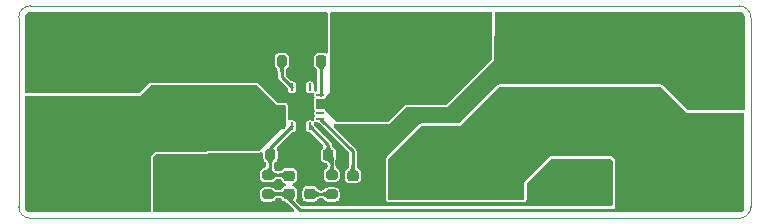
<source format=gtl>
G04 #@! TF.GenerationSoftware,KiCad,Pcbnew,9.0.4*
G04 #@! TF.CreationDate,2025-09-22T12:07:41+05:30*
G04 #@! TF.ProjectId,buck-converter-8A,6275636b-2d63-46f6-9e76-65727465722d,rev?*
G04 #@! TF.SameCoordinates,Original*
G04 #@! TF.FileFunction,Copper,L1,Top*
G04 #@! TF.FilePolarity,Positive*
%FSLAX46Y46*%
G04 Gerber Fmt 4.6, Leading zero omitted, Abs format (unit mm)*
G04 Created by KiCad (PCBNEW 9.0.4) date 2025-09-22 12:07:41*
%MOMM*%
%LPD*%
G01*
G04 APERTURE LIST*
G04 Aperture macros list*
%AMRoundRect*
0 Rectangle with rounded corners*
0 $1 Rounding radius*
0 $2 $3 $4 $5 $6 $7 $8 $9 X,Y pos of 4 corners*
0 Add a 4 corners polygon primitive as box body*
4,1,4,$2,$3,$4,$5,$6,$7,$8,$9,$2,$3,0*
0 Add four circle primitives for the rounded corners*
1,1,$1+$1,$2,$3*
1,1,$1+$1,$4,$5*
1,1,$1+$1,$6,$7*
1,1,$1+$1,$8,$9*
0 Add four rect primitives between the rounded corners*
20,1,$1+$1,$2,$3,$4,$5,0*
20,1,$1+$1,$4,$5,$6,$7,0*
20,1,$1+$1,$6,$7,$8,$9,0*
20,1,$1+$1,$8,$9,$2,$3,0*%
G04 Aperture macros list end*
G04 #@! TA.AperFunction,SMDPad,CuDef*
%ADD10RoundRect,0.225000X-0.250000X0.225000X-0.250000X-0.225000X0.250000X-0.225000X0.250000X0.225000X0*%
G04 #@! TD*
G04 #@! TA.AperFunction,ComponentPad*
%ADD11RoundRect,0.250001X-0.799999X0.799999X-0.799999X-0.799999X0.799999X-0.799999X0.799999X0.799999X0*%
G04 #@! TD*
G04 #@! TA.AperFunction,ComponentPad*
%ADD12C,2.100000*%
G04 #@! TD*
G04 #@! TA.AperFunction,SMDPad,CuDef*
%ADD13RoundRect,0.225000X0.250000X-0.225000X0.250000X0.225000X-0.250000X0.225000X-0.250000X-0.225000X0*%
G04 #@! TD*
G04 #@! TA.AperFunction,SMDPad,CuDef*
%ADD14RoundRect,0.200000X-0.200000X-0.275000X0.200000X-0.275000X0.200000X0.275000X-0.200000X0.275000X0*%
G04 #@! TD*
G04 #@! TA.AperFunction,SMDPad,CuDef*
%ADD15RoundRect,0.200000X-0.275000X0.200000X-0.275000X-0.200000X0.275000X-0.200000X0.275000X0.200000X0*%
G04 #@! TD*
G04 #@! TA.AperFunction,SMDPad,CuDef*
%ADD16RoundRect,0.483900X-1.992600X1.129100X-1.992600X-1.129100X1.992600X-1.129100X1.992600X1.129100X0*%
G04 #@! TD*
G04 #@! TA.AperFunction,SMDPad,CuDef*
%ADD17RoundRect,0.225000X-0.225000X-0.250000X0.225000X-0.250000X0.225000X0.250000X-0.225000X0.250000X0*%
G04 #@! TD*
G04 #@! TA.AperFunction,SMDPad,CuDef*
%ADD18RoundRect,0.050000X0.070000X-0.250000X0.070000X0.250000X-0.070000X0.250000X-0.070000X-0.250000X0*%
G04 #@! TD*
G04 #@! TA.AperFunction,SMDPad,CuDef*
%ADD19RoundRect,0.050000X-0.250000X-0.070000X0.250000X-0.070000X0.250000X0.070000X-0.250000X0.070000X0*%
G04 #@! TD*
G04 #@! TA.AperFunction,SMDPad,CuDef*
%ADD20RoundRect,0.050000X-0.070000X0.250000X-0.070000X-0.250000X0.070000X-0.250000X0.070000X0.250000X0*%
G04 #@! TD*
G04 #@! TA.AperFunction,ComponentPad*
%ADD21C,0.700000*%
G04 #@! TD*
G04 #@! TA.AperFunction,SMDPad,CuDef*
%ADD22RoundRect,0.050000X-0.050000X-1.900000X0.050000X-1.900000X0.050000X1.900000X-0.050000X1.900000X0*%
G04 #@! TD*
G04 #@! TA.AperFunction,SMDPad,CuDef*
%ADD23R,0.550000X0.467500*%
G04 #@! TD*
G04 #@! TA.AperFunction,SMDPad,CuDef*
%ADD24RoundRect,0.120000X-0.905000X-0.905000X0.905000X-0.905000X0.905000X0.905000X-0.905000X0.905000X0*%
G04 #@! TD*
G04 #@! TA.AperFunction,ComponentPad*
%ADD25RoundRect,0.250001X0.799999X-0.799999X0.799999X0.799999X-0.799999X0.799999X-0.799999X-0.799999X0*%
G04 #@! TD*
G04 #@! TA.AperFunction,SMDPad,CuDef*
%ADD26RoundRect,0.200000X0.275000X-0.200000X0.275000X0.200000X-0.275000X0.200000X-0.275000X-0.200000X0*%
G04 #@! TD*
G04 #@! TA.AperFunction,ViaPad*
%ADD27C,0.700000*%
G04 #@! TD*
G04 #@! TA.AperFunction,Conductor*
%ADD28C,0.240000*%
G04 #@! TD*
G04 #@! TA.AperFunction,Profile*
%ADD29C,0.050000*%
G04 #@! TD*
G04 APERTURE END LIST*
D10*
X121600000Y-86525000D03*
X121600000Y-88075000D03*
X134100000Y-94925000D03*
X134100000Y-96475000D03*
D11*
X114732500Y-86550000D03*
D12*
X114732500Y-91550000D03*
D10*
X125200000Y-86525000D03*
X125200000Y-88075000D03*
X123400000Y-86525000D03*
X123400000Y-88075000D03*
D13*
X157250000Y-94075000D03*
X157250000Y-92525000D03*
D14*
X130725000Y-93150000D03*
X132375000Y-93150000D03*
D10*
X157250000Y-86525000D03*
X157250000Y-88075000D03*
X159050000Y-86525000D03*
X159050000Y-88075000D03*
X128800000Y-86525000D03*
X128800000Y-88075000D03*
D14*
X131675000Y-85250000D03*
X133325000Y-85250000D03*
D15*
X135900000Y-94875000D03*
X135900000Y-96525000D03*
D16*
X145750000Y-83197000D03*
X145750000Y-94703000D03*
D17*
X134075000Y-93150000D03*
X135625000Y-93150000D03*
D18*
X132550000Y-87450000D03*
D19*
X131650000Y-88100000D03*
X131650000Y-88600000D03*
X131650000Y-89100000D03*
X131650000Y-89600000D03*
X131650000Y-90100000D03*
D20*
X132550000Y-90750000D03*
X134050000Y-90750000D03*
D19*
X134950000Y-90100000D03*
X134950000Y-89600000D03*
X134950000Y-89100000D03*
X134950000Y-88600000D03*
X134950000Y-88100000D03*
D18*
X134050000Y-87450000D03*
D21*
X132787500Y-88587500D03*
X132787500Y-89612500D03*
D22*
X133025000Y-89100000D03*
D23*
X133300000Y-87896200D03*
D24*
X133300000Y-89100000D03*
D23*
X133300000Y-90303800D03*
D22*
X133575000Y-89100000D03*
D21*
X133812500Y-88587500D03*
X133812500Y-89612500D03*
D10*
X155450000Y-86525000D03*
X155450000Y-88075000D03*
D13*
X121600000Y-93675000D03*
X121600000Y-92125000D03*
X127000000Y-93675000D03*
X127000000Y-92125000D03*
D10*
X127000000Y-86525000D03*
X127000000Y-88075000D03*
D25*
X166117500Y-91550000D03*
D12*
X166117500Y-86550000D03*
D13*
X123400000Y-93675000D03*
X123400000Y-92125000D03*
X159050000Y-94075000D03*
X159050000Y-92525000D03*
X125200000Y-93675000D03*
X125200000Y-92125000D03*
X128800000Y-93675000D03*
X128800000Y-92125000D03*
X155450000Y-94075000D03*
X155450000Y-92525000D03*
X137700000Y-96475000D03*
X137700000Y-94925000D03*
D10*
X153650000Y-86525000D03*
X153650000Y-88075000D03*
X132300000Y-94925000D03*
X132300000Y-96475000D03*
D17*
X135025000Y-85250000D03*
X136575000Y-85250000D03*
D26*
X130500000Y-96525000D03*
X130500000Y-94875000D03*
D27*
X152000000Y-83676750D03*
X160000000Y-83676750D03*
X122000000Y-95676750D03*
X148250000Y-87750000D03*
X139000000Y-96950000D03*
X149250000Y-86800000D03*
X158000000Y-85100000D03*
X152000000Y-82000000D03*
X168000000Y-83676750D03*
X153200000Y-95400000D03*
X135000000Y-95700000D03*
X155200000Y-96800000D03*
X122000000Y-97150000D03*
X122000000Y-85050000D03*
X159200000Y-96800000D03*
X132000000Y-82000000D03*
X128000000Y-85050000D03*
X162000000Y-82000000D03*
X124000000Y-83676750D03*
X170000000Y-87676750D03*
X156000000Y-85100000D03*
X140000000Y-91676750D03*
X126000000Y-83676750D03*
X114000000Y-83676750D03*
X142800000Y-89800000D03*
X140000000Y-95676750D03*
X136800000Y-95700000D03*
X160000000Y-85100000D03*
X128000000Y-95676750D03*
X141600000Y-90950000D03*
X126000000Y-85050000D03*
X170000000Y-81900000D03*
X130800000Y-87050000D03*
X118000000Y-85676750D03*
X116000000Y-83676750D03*
X134000000Y-82000000D03*
X112000000Y-83676750D03*
X168000000Y-85676750D03*
X133200000Y-95700000D03*
X128000000Y-82000000D03*
X112000000Y-82050000D03*
X162000000Y-83676750D03*
X153200000Y-96800000D03*
X134150000Y-86000000D03*
X120000000Y-85676750D03*
X126000000Y-97150000D03*
X126000000Y-95676750D03*
X118000000Y-82050000D03*
X150200000Y-83700000D03*
X170000000Y-83676750D03*
X122000000Y-83676750D03*
X147200000Y-88750000D03*
X124000000Y-95676750D03*
X150200000Y-85800000D03*
X164000000Y-83676750D03*
X150200000Y-82000000D03*
X120000000Y-83676750D03*
X133200000Y-94050000D03*
X146150000Y-89800000D03*
X130000000Y-82000000D03*
X124000000Y-82050000D03*
X135000000Y-94100000D03*
X157200000Y-96800000D03*
X114000000Y-82050000D03*
X160000000Y-82000000D03*
X124000000Y-85050000D03*
X124000000Y-97150000D03*
X164000000Y-85676750D03*
X144450000Y-89800000D03*
X168000000Y-87676750D03*
X112000000Y-85676750D03*
X154000000Y-85100000D03*
X132000000Y-83676750D03*
X128000000Y-83676750D03*
X157200000Y-95400000D03*
X118000000Y-83676750D03*
X168000000Y-81900000D03*
X128000000Y-97150000D03*
X134000000Y-83676750D03*
X164000000Y-82000000D03*
X133200000Y-92450000D03*
X166000000Y-82000000D03*
X159200000Y-95400000D03*
X130000000Y-83676750D03*
X120000000Y-82050000D03*
X170000000Y-85676750D03*
X154000000Y-83676750D03*
X155200000Y-95400000D03*
X138650000Y-92650000D03*
X158000000Y-83676750D03*
X137650000Y-91050000D03*
X126000000Y-82050000D03*
X152000000Y-85676750D03*
X156000000Y-82000000D03*
X130000000Y-85676750D03*
X154000000Y-82000000D03*
X158000000Y-82000000D03*
X116000000Y-82050000D03*
X140000000Y-93676750D03*
X156000000Y-83676750D03*
X122000000Y-82050000D03*
X162000000Y-85676750D03*
X166000000Y-83676750D03*
D28*
X135025000Y-88025000D02*
X134950000Y-88100000D01*
X135025000Y-85250000D02*
X135025000Y-88025000D01*
X132250000Y-94875000D02*
X132300000Y-94925000D01*
X130500000Y-94875000D02*
X132250000Y-94875000D01*
X130500000Y-94875000D02*
X130700000Y-94675000D01*
X130700000Y-94675000D02*
X130700000Y-93175000D01*
X130725000Y-93150000D02*
X130725000Y-92575000D01*
X130725000Y-92575000D02*
X132550000Y-90750000D01*
X132300000Y-96475000D02*
X130550000Y-96475000D01*
X160850000Y-97850000D02*
X161000000Y-97700000D01*
X132300000Y-96475000D02*
X132300000Y-96950000D01*
X133200000Y-97850000D02*
X160850000Y-97850000D01*
X130550000Y-96475000D02*
X130500000Y-96525000D01*
X132300000Y-96950000D02*
X133200000Y-97850000D01*
X135625000Y-93150000D02*
X135625000Y-92325000D01*
X135625000Y-92325000D02*
X134050000Y-90750000D01*
X135900000Y-94875000D02*
X135900000Y-93425000D01*
X135900000Y-93425000D02*
X135625000Y-93150000D01*
X137700000Y-94925000D02*
X137700000Y-92850000D01*
X137700000Y-92850000D02*
X134950000Y-90100000D01*
X135900000Y-96525000D02*
X134150000Y-96525000D01*
X134150000Y-96525000D02*
X134100000Y-96475000D01*
X131675000Y-85250000D02*
X131675000Y-86575000D01*
X131675000Y-86575000D02*
X132550000Y-87450000D01*
G04 #@! TA.AperFunction,Conductor*
G36*
X149448897Y-81069407D02*
G01*
X149484861Y-81118907D01*
X149489701Y-81150471D01*
X149451386Y-85058571D01*
X149431909Y-85116573D01*
X149422395Y-85127604D01*
X145628996Y-88921004D01*
X145574479Y-88948781D01*
X145558992Y-88950000D01*
X142100000Y-88950000D01*
X140728996Y-90321004D01*
X140674479Y-90348781D01*
X140658992Y-90350000D01*
X136291008Y-90350000D01*
X136232817Y-90331093D01*
X136221004Y-90321004D01*
X135479496Y-89579496D01*
X135451719Y-89524979D01*
X135450500Y-89509492D01*
X135450500Y-89505327D01*
X135450498Y-89505315D01*
X135441879Y-89461985D01*
X135435966Y-89432260D01*
X135380601Y-89349399D01*
X135380599Y-89349397D01*
X135297742Y-89294035D01*
X135297740Y-89294034D01*
X135297737Y-89294033D01*
X135297736Y-89294033D01*
X135224684Y-89279501D01*
X135224674Y-89279500D01*
X134699000Y-89279500D01*
X134640809Y-89260593D01*
X134604845Y-89211093D01*
X134600000Y-89180500D01*
X134600000Y-88519500D01*
X134618907Y-88461309D01*
X134668407Y-88425345D01*
X134699000Y-88420500D01*
X135224673Y-88420500D01*
X135224674Y-88420500D01*
X135297740Y-88405966D01*
X135380601Y-88350601D01*
X135435966Y-88267740D01*
X135443443Y-88230151D01*
X135470534Y-88179465D01*
X135800000Y-87850000D01*
X135800000Y-81149500D01*
X135818907Y-81091309D01*
X135868407Y-81055345D01*
X135899000Y-81050500D01*
X149390706Y-81050500D01*
X149448897Y-81069407D01*
G37*
G04 #@! TD.AperFunction*
G04 #@! TA.AperFunction,Conductor*
G36*
X163817183Y-87418907D02*
G01*
X163828996Y-87428996D01*
X166000000Y-89600000D01*
X170751000Y-89600000D01*
X170809191Y-89618907D01*
X170845155Y-89668407D01*
X170850000Y-89699000D01*
X170850000Y-97738257D01*
X170834825Y-97790929D01*
X170796459Y-97851987D01*
X170782638Y-97869319D01*
X170719319Y-97932638D01*
X170701987Y-97946459D01*
X170626171Y-97994098D01*
X170606196Y-98003718D01*
X170521673Y-98033293D01*
X170500061Y-98038225D01*
X170405529Y-98048877D01*
X170394444Y-98049500D01*
X159999000Y-98049500D01*
X159940809Y-98030593D01*
X159904845Y-97981093D01*
X159900000Y-97950500D01*
X159900000Y-93604612D01*
X159602257Y-93300000D01*
X154400000Y-93300000D01*
X152200000Y-95500000D01*
X152200000Y-95500001D01*
X152200000Y-96901000D01*
X152181093Y-96959191D01*
X152131593Y-96995155D01*
X152101000Y-97000000D01*
X140799000Y-97000000D01*
X140740809Y-96981093D01*
X140704845Y-96931593D01*
X140700000Y-96901000D01*
X140700000Y-93541008D01*
X140718907Y-93482817D01*
X140728996Y-93471004D01*
X143471004Y-90728996D01*
X143525521Y-90701219D01*
X143541008Y-90700000D01*
X146787404Y-90700000D01*
X150063856Y-87428939D01*
X150118396Y-87401206D01*
X150133802Y-87400000D01*
X163758992Y-87400000D01*
X163817183Y-87418907D01*
G37*
G04 #@! TD.AperFunction*
G04 #@! TA.AperFunction,Conductor*
G36*
X129566589Y-87302468D02*
G01*
X129574479Y-87301219D01*
X129595133Y-87311742D01*
X129617183Y-87318907D01*
X129628996Y-87328996D01*
X129750000Y-87450000D01*
X131241918Y-88950000D01*
X131901000Y-88950000D01*
X131959191Y-88968907D01*
X131995155Y-89018407D01*
X132000000Y-89049000D01*
X132000000Y-90805737D01*
X131997531Y-90813334D01*
X131998781Y-90821223D01*
X131988257Y-90841876D01*
X131981093Y-90863928D01*
X131971004Y-90875740D01*
X131925742Y-90921003D01*
X131871226Y-90948781D01*
X131855738Y-90950000D01*
X131599994Y-90950000D01*
X130643688Y-91906307D01*
X129730844Y-92819152D01*
X129676327Y-92846929D01*
X129661429Y-92848146D01*
X120950001Y-92899999D01*
X120950000Y-92899999D01*
X120950000Y-92900000D01*
X120600000Y-93250000D01*
X120600000Y-93250001D01*
X120600000Y-97950500D01*
X120581093Y-98008691D01*
X120531593Y-98044655D01*
X120501000Y-98049500D01*
X110405556Y-98049500D01*
X110394471Y-98048877D01*
X110299938Y-98038225D01*
X110278326Y-98033293D01*
X110230296Y-98016487D01*
X110193801Y-98003717D01*
X110173828Y-97994098D01*
X110098012Y-97946459D01*
X110080680Y-97932638D01*
X110017361Y-97869319D01*
X110003540Y-97851987D01*
X109955901Y-97776171D01*
X109946283Y-97756202D01*
X109916705Y-97671669D01*
X109911775Y-97650073D01*
X109901121Y-97555512D01*
X109900500Y-97544444D01*
X109900500Y-88249000D01*
X109919407Y-88190809D01*
X109968907Y-88154845D01*
X109999500Y-88150000D01*
X119725758Y-88150000D01*
X120520830Y-87330082D01*
X120574913Y-87301469D01*
X120591902Y-87300000D01*
X129558992Y-87300000D01*
X129566589Y-87302468D01*
G37*
G04 #@! TD.AperFunction*
G04 #@! TA.AperFunction,Conductor*
G36*
X130025218Y-92935100D02*
G01*
X130088787Y-92978777D01*
X130122001Y-93048387D01*
X130124500Y-93075560D01*
X130124500Y-93456518D01*
X130139354Y-93550304D01*
X130139355Y-93550306D01*
X130196950Y-93663342D01*
X130294950Y-93761342D01*
X130293980Y-93762311D01*
X130296084Y-93764908D01*
X130309228Y-93773416D01*
X130319948Y-93794378D01*
X130334767Y-93812678D01*
X130344346Y-93842085D01*
X130367397Y-93949738D01*
X130370359Y-93970861D01*
X130374433Y-94030980D01*
X130372296Y-94068117D01*
X130365112Y-94107012D01*
X130355859Y-94137899D01*
X130353562Y-94143340D01*
X130343693Y-94162657D01*
X130332018Y-94181907D01*
X130319097Y-94200011D01*
X130309040Y-94212083D01*
X130292198Y-94229264D01*
X130282999Y-94237244D01*
X130252000Y-94252323D01*
X130246017Y-94256545D01*
X130242702Y-94256846D01*
X130213642Y-94270984D01*
X130206611Y-94272169D01*
X130176825Y-94276461D01*
X130176822Y-94276461D01*
X130176814Y-94276463D01*
X130171987Y-94277489D01*
X130171955Y-94277338D01*
X130162651Y-94279382D01*
X130099700Y-94289353D01*
X130099697Y-94289353D01*
X130099696Y-94289354D01*
X130099695Y-94289354D01*
X130099693Y-94289355D01*
X129986657Y-94346950D01*
X129896950Y-94436657D01*
X129839354Y-94549694D01*
X129836633Y-94566874D01*
X129824500Y-94643481D01*
X129824500Y-94643482D01*
X129824500Y-94643485D01*
X129824500Y-95106518D01*
X129836690Y-95183483D01*
X129839354Y-95200304D01*
X129896950Y-95313342D01*
X129986658Y-95403050D01*
X130099696Y-95460646D01*
X130193481Y-95475500D01*
X130806518Y-95475499D01*
X130900304Y-95460646D01*
X131013342Y-95403050D01*
X131103050Y-95313342D01*
X131104483Y-95310528D01*
X131107645Y-95307016D01*
X131109941Y-95303857D01*
X131110273Y-95304098D01*
X131120883Y-95292313D01*
X131133452Y-95271268D01*
X131146270Y-95264117D01*
X131156090Y-95253211D01*
X131200806Y-95233694D01*
X131294606Y-95210040D01*
X131318393Y-95206057D01*
X131352978Y-95203115D01*
X131386031Y-95203985D01*
X131462999Y-95214640D01*
X131486267Y-95219786D01*
X131530922Y-95233490D01*
X131546489Y-95239235D01*
X131571154Y-95249935D01*
X131589044Y-95257696D01*
X131649445Y-95305659D01*
X131662505Y-95326743D01*
X131701472Y-95403220D01*
X131796780Y-95498528D01*
X131881076Y-95541479D01*
X131927323Y-95565043D01*
X131926217Y-95567211D01*
X131977170Y-95600303D01*
X132012184Y-95669025D01*
X132008145Y-95746048D01*
X131966136Y-95810731D01*
X131926607Y-95833553D01*
X131927323Y-95834957D01*
X131796779Y-95901472D01*
X131701472Y-95996779D01*
X131687510Y-96024181D01*
X131673843Y-96039358D01*
X131664371Y-96057452D01*
X131648486Y-96067520D01*
X131635900Y-96081498D01*
X131599225Y-96098742D01*
X131496449Y-96130884D01*
X131469782Y-96136608D01*
X131381686Y-96147211D01*
X131355352Y-96148035D01*
X131308837Y-96145368D01*
X131294081Y-96143781D01*
X131214565Y-96131200D01*
X131198765Y-96127813D01*
X131162085Y-96117842D01*
X131095811Y-96079419D01*
X131013342Y-95996950D01*
X130900305Y-95939354D01*
X130884673Y-95936878D01*
X130806519Y-95924500D01*
X130806514Y-95924500D01*
X130193481Y-95924500D01*
X130099695Y-95939354D01*
X130099693Y-95939355D01*
X129986657Y-95996950D01*
X129896950Y-96086657D01*
X129839354Y-96199694D01*
X129836690Y-96216516D01*
X129824500Y-96293481D01*
X129824500Y-96293482D01*
X129824500Y-96293485D01*
X129824500Y-96756518D01*
X129836634Y-96833128D01*
X129839354Y-96850304D01*
X129896950Y-96963342D01*
X129986658Y-97053050D01*
X130099696Y-97110646D01*
X130193481Y-97125500D01*
X130806518Y-97125499D01*
X130900304Y-97110646D01*
X131013342Y-97053050D01*
X131103050Y-96963342D01*
X131128725Y-96912950D01*
X131141823Y-96898402D01*
X131150703Y-96880953D01*
X131167180Y-96870239D01*
X131180331Y-96855634D01*
X131215360Y-96838913D01*
X131288698Y-96815041D01*
X131317294Y-96808759D01*
X131356066Y-96804172D01*
X131392255Y-96804316D01*
X131484724Y-96816010D01*
X131506297Y-96820378D01*
X131561024Y-96835743D01*
X131576762Y-96841126D01*
X131610468Y-96854801D01*
X131671995Y-96901308D01*
X131687207Y-96925224D01*
X131700366Y-96951051D01*
X131701472Y-96953220D01*
X131796780Y-97048528D01*
X131916874Y-97109719D01*
X131937762Y-97113027D01*
X131953868Y-97116501D01*
X131960220Y-97118244D01*
X132000156Y-97135830D01*
X132044373Y-97163663D01*
X132064159Y-97178549D01*
X132163763Y-97267363D01*
X132169959Y-97273214D01*
X132249741Y-97352996D01*
X132252423Y-97355749D01*
X132336580Y-97444364D01*
X132336586Y-97444369D01*
X132341184Y-97449211D01*
X132356105Y-97465446D01*
X132359006Y-97468537D01*
X132359347Y-97468893D01*
X132376311Y-97480495D01*
X132383938Y-97487430D01*
X132384809Y-97488786D01*
X132389051Y-97492306D01*
X132691886Y-97795141D01*
X132730450Y-97861936D01*
X132730450Y-97939064D01*
X132691886Y-98005859D01*
X132625091Y-98044423D01*
X132586527Y-98049500D01*
X120954500Y-98049500D01*
X120880000Y-98029538D01*
X120825462Y-97975000D01*
X120805500Y-97900500D01*
X120805500Y-93396837D01*
X120810577Y-93377889D01*
X120810577Y-93358273D01*
X120820384Y-93341285D01*
X120825462Y-93322337D01*
X120849138Y-93291481D01*
X120992355Y-93148263D01*
X121059147Y-93109701D01*
X121096819Y-93104627D01*
X129662652Y-93053642D01*
X129678160Y-93052964D01*
X129693058Y-93051747D01*
X129769620Y-93030032D01*
X129824137Y-93002255D01*
X129876155Y-92964462D01*
X129876161Y-92964455D01*
X129878717Y-92962273D01*
X129880033Y-92961645D01*
X129880892Y-92961021D01*
X129881007Y-92961180D01*
X129948327Y-92929059D01*
X130025218Y-92935100D01*
G37*
G04 #@! TD.AperFunction*
G04 #@! TA.AperFunction,Conductor*
G36*
X135520000Y-81070462D02*
G01*
X135574538Y-81125000D01*
X135594500Y-81199500D01*
X135594500Y-84454835D01*
X135574538Y-84529335D01*
X135520000Y-84583873D01*
X135445500Y-84603835D01*
X135394993Y-84591710D01*
X135394280Y-84593905D01*
X135383128Y-84590281D01*
X135354658Y-84585772D01*
X135283488Y-84574500D01*
X134766512Y-84574500D01*
X134695342Y-84585772D01*
X134666872Y-84590281D01*
X134546779Y-84651472D01*
X134451472Y-84746779D01*
X134390281Y-84866872D01*
X134390281Y-84866874D01*
X134374500Y-84966512D01*
X134374500Y-85533488D01*
X134378148Y-85556518D01*
X134390281Y-85633127D01*
X134451472Y-85753220D01*
X134546780Y-85848528D01*
X134574180Y-85862489D01*
X134589358Y-85876155D01*
X134607453Y-85885629D01*
X134617520Y-85901513D01*
X134631496Y-85914097D01*
X134648742Y-85950774D01*
X134680883Y-86053547D01*
X134686607Y-86080214D01*
X134699732Y-86189252D01*
X134700984Y-86195334D01*
X134699977Y-86195541D01*
X134704500Y-86226924D01*
X134704500Y-87652126D01*
X134703315Y-87656547D01*
X134704234Y-87661034D01*
X134693403Y-87693537D01*
X134684538Y-87726626D01*
X134681300Y-87729863D01*
X134679853Y-87734207D01*
X134663263Y-87747900D01*
X134630000Y-87781164D01*
X134622153Y-87785387D01*
X134606584Y-87793173D01*
X134602260Y-87794034D01*
X134594505Y-87799215D01*
X134586153Y-87803393D01*
X134557210Y-87809319D01*
X134529242Y-87818813D01*
X134519913Y-87816957D01*
X134510592Y-87818866D01*
X134482561Y-87809526D01*
X134453596Y-87803764D01*
X134446444Y-87797492D01*
X134437419Y-87794485D01*
X134417815Y-87772384D01*
X134395609Y-87752909D01*
X134392551Y-87743901D01*
X134386239Y-87736785D01*
X134380312Y-87707842D01*
X134370819Y-87679874D01*
X134370500Y-87670132D01*
X134370500Y-87175330D01*
X134370499Y-87175322D01*
X134365151Y-87148438D01*
X134355966Y-87102260D01*
X134300601Y-87019399D01*
X134217740Y-86964034D01*
X134217739Y-86964033D01*
X134144677Y-86949500D01*
X134144674Y-86949500D01*
X133955326Y-86949500D01*
X133955322Y-86949500D01*
X133882260Y-86964033D01*
X133799399Y-87019398D01*
X133799398Y-87019399D01*
X133744033Y-87102260D01*
X133729500Y-87175322D01*
X133729500Y-87724677D01*
X133744033Y-87797739D01*
X133792316Y-87870000D01*
X133799399Y-87880601D01*
X133882260Y-87935966D01*
X133955326Y-87950500D01*
X133955330Y-87950500D01*
X134144670Y-87950500D01*
X134144674Y-87950500D01*
X134217740Y-87935966D01*
X134217741Y-87935964D01*
X134231295Y-87930351D01*
X134231665Y-87931245D01*
X134253903Y-87923695D01*
X134290374Y-87911211D01*
X134290565Y-87911248D01*
X134290750Y-87911186D01*
X134328407Y-87918675D01*
X134366059Y-87926065D01*
X134366205Y-87926192D01*
X134366397Y-87926231D01*
X134395193Y-87951483D01*
X134424177Y-87976770D01*
X134424230Y-87976947D01*
X134424386Y-87977083D01*
X134449156Y-88049741D01*
X134449500Y-88054791D01*
X134449500Y-88194674D01*
X134463989Y-88267516D01*
X134464640Y-88277066D01*
X134458994Y-88305832D01*
X134457077Y-88335086D01*
X134450430Y-88349468D01*
X134449786Y-88352751D01*
X134447930Y-88354878D01*
X134443893Y-88363614D01*
X134423465Y-88397803D01*
X134423464Y-88397805D01*
X134404557Y-88455996D01*
X134404556Y-88455999D01*
X134398128Y-88496588D01*
X134394500Y-88519500D01*
X134394500Y-89180500D01*
X134397030Y-89212644D01*
X134401875Y-89243237D01*
X134402648Y-89247787D01*
X134402649Y-89247789D01*
X134402648Y-89247789D01*
X134438592Y-89331883D01*
X134442721Y-89339159D01*
X134440593Y-89340365D01*
X134463572Y-89400229D01*
X134461525Y-89444869D01*
X134449501Y-89505319D01*
X134449500Y-89505330D01*
X134449500Y-89694677D01*
X134464034Y-89767740D01*
X134469650Y-89781299D01*
X134468611Y-89781728D01*
X134488478Y-89840258D01*
X134487449Y-89869999D01*
X134482825Y-89904136D01*
X134464034Y-89932260D01*
X134449500Y-90005326D01*
X134449500Y-90150178D01*
X134448152Y-90160131D01*
X134437007Y-90186754D01*
X134429538Y-90214632D01*
X134422314Y-90221855D01*
X134418371Y-90231277D01*
X134395409Y-90248760D01*
X134375000Y-90269170D01*
X134365133Y-90271813D01*
X134357006Y-90278002D01*
X134328376Y-90281662D01*
X134300500Y-90289132D01*
X134290633Y-90286488D01*
X134280501Y-90287784D01*
X134253877Y-90276639D01*
X134226000Y-90269170D01*
X134217742Y-90264034D01*
X134217739Y-90264033D01*
X134144677Y-90249500D01*
X134144674Y-90249500D01*
X133955326Y-90249500D01*
X133955322Y-90249500D01*
X133882260Y-90264033D01*
X133799399Y-90319398D01*
X133799398Y-90319399D01*
X133744033Y-90402260D01*
X133729500Y-90475322D01*
X133729500Y-91024677D01*
X133744033Y-91097739D01*
X133744034Y-91097740D01*
X133799399Y-91180601D01*
X133882260Y-91235966D01*
X133955326Y-91250500D01*
X134035527Y-91250500D01*
X134110027Y-91270462D01*
X134140886Y-91294141D01*
X135169050Y-92322306D01*
X135207614Y-92389101D01*
X135207614Y-92466229D01*
X135169050Y-92533024D01*
X135151273Y-92548207D01*
X135146781Y-92551470D01*
X135051472Y-92646779D01*
X134990281Y-92766872D01*
X134990281Y-92766874D01*
X134974500Y-92866512D01*
X134974500Y-93433488D01*
X134981472Y-93477506D01*
X134990281Y-93533127D01*
X135007629Y-93567174D01*
X135051472Y-93653220D01*
X135146780Y-93748528D01*
X135266874Y-93809719D01*
X135366512Y-93825500D01*
X135366521Y-93825500D01*
X135367752Y-93825695D01*
X135370394Y-93826871D01*
X135373279Y-93826678D01*
X135405443Y-93842475D01*
X135438213Y-93857065D01*
X135442508Y-93860680D01*
X135478756Y-93892366D01*
X135503433Y-93920073D01*
X135541643Y-93975592D01*
X135555715Y-94001046D01*
X135558519Y-94007546D01*
X135559479Y-94009770D01*
X135570659Y-94086083D01*
X135570113Y-94090242D01*
X135568213Y-94103295D01*
X135560150Y-94158665D01*
X135554182Y-94183942D01*
X135544432Y-94213450D01*
X135536351Y-94233084D01*
X135533207Y-94239402D01*
X135510572Y-94265025D01*
X135502104Y-94277925D01*
X135496835Y-94280576D01*
X135482145Y-94297207D01*
X135467457Y-94305780D01*
X135386658Y-94346949D01*
X135296950Y-94436657D01*
X135239354Y-94549694D01*
X135236633Y-94566874D01*
X135224500Y-94643481D01*
X135224500Y-94643482D01*
X135224500Y-94643485D01*
X135224500Y-95106518D01*
X135236690Y-95183483D01*
X135239354Y-95200304D01*
X135296950Y-95313342D01*
X135386658Y-95403050D01*
X135499696Y-95460646D01*
X135593481Y-95475500D01*
X136206518Y-95475499D01*
X136300304Y-95460646D01*
X136413342Y-95403050D01*
X136503050Y-95313342D01*
X136560646Y-95200304D01*
X136575500Y-95106519D01*
X136575499Y-94643482D01*
X136560646Y-94549696D01*
X136503050Y-94436658D01*
X136413342Y-94346950D01*
X136413341Y-94346949D01*
X136334382Y-94306717D01*
X136319756Y-94293547D01*
X136302227Y-94284596D01*
X136291594Y-94268190D01*
X136277065Y-94255108D01*
X136260279Y-94219873D01*
X136239105Y-94154504D01*
X136232866Y-94125919D01*
X136232768Y-94125086D01*
X136226328Y-94070082D01*
X136225352Y-94055929D01*
X136225167Y-94047255D01*
X136223091Y-93949723D01*
X136223058Y-93946553D01*
X136223059Y-93913709D01*
X136223068Y-93659110D01*
X136224234Y-93640525D01*
X136227296Y-93616205D01*
X136242367Y-93567180D01*
X136259719Y-93533126D01*
X136275500Y-93433488D01*
X136275500Y-92866512D01*
X136259719Y-92766874D01*
X136198528Y-92646780D01*
X136103220Y-92551472D01*
X136039734Y-92519124D01*
X135983314Y-92468879D01*
X135970434Y-92449513D01*
X135945798Y-92376425D01*
X135945500Y-92366999D01*
X135945500Y-92282806D01*
X135945499Y-92282799D01*
X135923660Y-92201293D01*
X135923659Y-92201291D01*
X135881464Y-92128208D01*
X135821792Y-92068536D01*
X135821791Y-92068535D01*
X134414141Y-90660885D01*
X134404333Y-90643897D01*
X134390462Y-90630026D01*
X134385384Y-90611077D01*
X134375577Y-90594090D01*
X134370500Y-90555526D01*
X134370500Y-90529867D01*
X134390462Y-90455367D01*
X134445000Y-90400829D01*
X134519500Y-90380867D01*
X134594000Y-90400829D01*
X134602251Y-90405960D01*
X134602260Y-90405966D01*
X134675326Y-90420500D01*
X134755527Y-90420500D01*
X134830027Y-90440462D01*
X134860886Y-90464141D01*
X137335859Y-92939114D01*
X137374423Y-93005909D01*
X137379500Y-93044473D01*
X137379500Y-93971453D01*
X137378059Y-93992127D01*
X137376426Y-94003780D01*
X137374935Y-94008161D01*
X137359555Y-94124188D01*
X137359485Y-94124695D01*
X137359318Y-94125086D01*
X137354886Y-94146014D01*
X137340385Y-94195381D01*
X137334734Y-94211243D01*
X137318355Y-94250116D01*
X137271032Y-94311019D01*
X137248693Y-94325020D01*
X137196779Y-94351472D01*
X137101472Y-94446779D01*
X137040281Y-94566872D01*
X137040281Y-94566874D01*
X137024500Y-94666512D01*
X137024500Y-95183488D01*
X137032419Y-95233487D01*
X137040281Y-95283127D01*
X137062505Y-95326743D01*
X137101472Y-95403220D01*
X137196780Y-95498528D01*
X137316874Y-95559719D01*
X137416512Y-95575500D01*
X137416517Y-95575500D01*
X137983483Y-95575500D01*
X137983488Y-95575500D01*
X138083126Y-95559719D01*
X138203220Y-95498528D01*
X138298528Y-95403220D01*
X138359719Y-95283126D01*
X138375500Y-95183488D01*
X138375500Y-94666512D01*
X138359719Y-94566874D01*
X138298528Y-94446780D01*
X138203220Y-94351472D01*
X138203217Y-94351469D01*
X138152370Y-94325561D01*
X138138785Y-94313329D01*
X138122349Y-94305328D01*
X138110620Y-94287968D01*
X138095053Y-94273951D01*
X138079171Y-94241419D01*
X138046998Y-94148213D01*
X138040193Y-94119603D01*
X138025012Y-94007541D01*
X138025008Y-94007528D01*
X138023961Y-94002752D01*
X138020500Y-93970822D01*
X138020500Y-92807806D01*
X138020499Y-92807799D01*
X137998660Y-92726293D01*
X137998659Y-92726291D01*
X137956464Y-92653208D01*
X137896792Y-92593536D01*
X137896791Y-92593535D01*
X136101672Y-90798416D01*
X136063108Y-90731621D01*
X136063108Y-90654493D01*
X136101672Y-90587698D01*
X136168467Y-90549134D01*
X136230335Y-90545891D01*
X136291008Y-90555500D01*
X136291012Y-90555500D01*
X140658991Y-90555500D01*
X140658992Y-90555500D01*
X140675117Y-90554866D01*
X140690604Y-90553647D01*
X140767772Y-90531884D01*
X140822289Y-90504107D01*
X140874306Y-90466314D01*
X142141479Y-89199141D01*
X142208274Y-89160577D01*
X142246838Y-89155500D01*
X145558991Y-89155500D01*
X145558992Y-89155500D01*
X145575117Y-89154866D01*
X145590604Y-89153647D01*
X145667772Y-89131884D01*
X145722289Y-89104107D01*
X145774306Y-89066314D01*
X149567705Y-85272914D01*
X149578011Y-85261820D01*
X149587525Y-85250789D01*
X149626719Y-85181990D01*
X149646196Y-85123988D01*
X149656876Y-85060586D01*
X149694744Y-81198037D01*
X149715436Y-81123739D01*
X149770506Y-81069738D01*
X149843737Y-81050500D01*
X170334108Y-81050500D01*
X170391633Y-81050500D01*
X170408315Y-81051436D01*
X170494465Y-81061144D01*
X170526993Y-81068568D01*
X170600878Y-81094421D01*
X170630939Y-81108898D01*
X170697217Y-81150543D01*
X170723304Y-81171346D01*
X170778653Y-81226695D01*
X170799456Y-81252782D01*
X170841101Y-81319060D01*
X170855578Y-81349121D01*
X170881431Y-81423006D01*
X170888855Y-81455532D01*
X170898563Y-81541682D01*
X170899500Y-81558367D01*
X170899500Y-89245500D01*
X170879538Y-89320000D01*
X170825000Y-89374538D01*
X170750500Y-89394500D01*
X166146838Y-89394500D01*
X166072338Y-89374538D01*
X166041479Y-89350859D01*
X163974304Y-87283684D01*
X163962464Y-87272738D01*
X163950639Y-87262639D01*
X163880687Y-87223465D01*
X163880685Y-87223464D01*
X163822496Y-87204557D01*
X163822492Y-87204556D01*
X163785035Y-87198624D01*
X163758992Y-87194500D01*
X150133802Y-87194500D01*
X150133792Y-87194500D01*
X150117761Y-87195126D01*
X150102361Y-87196332D01*
X150102354Y-87196333D01*
X150025255Y-87218025D01*
X149970710Y-87245760D01*
X149918663Y-87283510D01*
X147759141Y-89439480D01*
X146796208Y-90400829D01*
X146746008Y-90450946D01*
X146679182Y-90489455D01*
X146640736Y-90494500D01*
X143541008Y-90494500D01*
X143539892Y-90494543D01*
X143524895Y-90495133D01*
X143509392Y-90496353D01*
X143432227Y-90518116D01*
X143432225Y-90518117D01*
X143377715Y-90545890D01*
X143325696Y-90583684D01*
X140583684Y-93325695D01*
X140572738Y-93337535D01*
X140562639Y-93349360D01*
X140523465Y-93419312D01*
X140523464Y-93419314D01*
X140504557Y-93477503D01*
X140504556Y-93477507D01*
X140499319Y-93510577D01*
X140494500Y-93541008D01*
X140494500Y-96901000D01*
X140495441Y-96912952D01*
X140497030Y-96933142D01*
X140497030Y-96933147D01*
X140499866Y-96951051D01*
X140501875Y-96963737D01*
X140502648Y-96968287D01*
X140502649Y-96968289D01*
X140502648Y-96968289D01*
X140523126Y-97016198D01*
X140538592Y-97052383D01*
X140574556Y-97101883D01*
X140598797Y-97129628D01*
X140677307Y-97176536D01*
X140735498Y-97195443D01*
X140799000Y-97205500D01*
X140799003Y-97205500D01*
X152100993Y-97205500D01*
X152101000Y-97205500D01*
X152133144Y-97202970D01*
X152163737Y-97198125D01*
X152168287Y-97197352D01*
X152252383Y-97161408D01*
X152301883Y-97125444D01*
X152329628Y-97101203D01*
X152376536Y-97022693D01*
X152395443Y-96964502D01*
X152405500Y-96901000D01*
X152405500Y-95646838D01*
X152425462Y-95572338D01*
X152449141Y-95541479D01*
X154441479Y-93549141D01*
X154508274Y-93510577D01*
X154546838Y-93505500D01*
X159453045Y-93505500D01*
X159472798Y-93510792D01*
X159493247Y-93511026D01*
X159509403Y-93520600D01*
X159527545Y-93525462D01*
X159559597Y-93550348D01*
X159652054Y-93644938D01*
X159689853Y-93712166D01*
X159694500Y-93749087D01*
X159694500Y-97380500D01*
X159674538Y-97455000D01*
X159620000Y-97509538D01*
X159545500Y-97529500D01*
X133394473Y-97529500D01*
X133319973Y-97509538D01*
X133289114Y-97485859D01*
X132927126Y-97123871D01*
X132888562Y-97057076D01*
X132888562Y-96979948D01*
X132899721Y-96950877D01*
X132959719Y-96833126D01*
X132975500Y-96733488D01*
X132975500Y-96216512D01*
X133424500Y-96216512D01*
X133424500Y-96733488D01*
X133428148Y-96756518D01*
X133440281Y-96833127D01*
X133480954Y-96912952D01*
X133501472Y-96953220D01*
X133596780Y-97048528D01*
X133716874Y-97109719D01*
X133816512Y-97125500D01*
X133816517Y-97125500D01*
X134383483Y-97125500D01*
X134383488Y-97125500D01*
X134483126Y-97109719D01*
X134603220Y-97048528D01*
X134698528Y-96953220D01*
X134698531Y-96953212D01*
X134700103Y-96951051D01*
X134703251Y-96948496D01*
X134706820Y-96944928D01*
X134707191Y-96945299D01*
X134759808Y-96902610D01*
X134762882Y-96901235D01*
X134788940Y-96892364D01*
X134913230Y-96862533D01*
X134935228Y-96858969D01*
X135005058Y-96852970D01*
X135036536Y-96853605D01*
X135140045Y-96866727D01*
X135162688Y-96871407D01*
X135203160Y-96883109D01*
X135269184Y-96922979D01*
X135294531Y-96958596D01*
X135296948Y-96963339D01*
X135296950Y-96963342D01*
X135386658Y-97053050D01*
X135499696Y-97110646D01*
X135593481Y-97125500D01*
X136206518Y-97125499D01*
X136300304Y-97110646D01*
X136413342Y-97053050D01*
X136503050Y-96963342D01*
X136560646Y-96850304D01*
X136575500Y-96756519D01*
X136575499Y-96293482D01*
X136560646Y-96199696D01*
X136503050Y-96086658D01*
X136413342Y-95996950D01*
X136413006Y-95996779D01*
X136300305Y-95939354D01*
X136284673Y-95936878D01*
X136206519Y-95924500D01*
X136206514Y-95924500D01*
X135593481Y-95924500D01*
X135499695Y-95939354D01*
X135499693Y-95939355D01*
X135386656Y-95996951D01*
X135386654Y-95996952D01*
X135296953Y-96086654D01*
X135296947Y-96086662D01*
X135295514Y-96089476D01*
X135292352Y-96092986D01*
X135290058Y-96096145D01*
X135289725Y-96095903D01*
X135279114Y-96107687D01*
X135266548Y-96128730D01*
X135253726Y-96135882D01*
X135243903Y-96146791D01*
X135199191Y-96166303D01*
X135105407Y-96189953D01*
X135081604Y-96193940D01*
X135047024Y-96196882D01*
X135013962Y-96196011D01*
X134936998Y-96185357D01*
X134913721Y-96180209D01*
X134869073Y-96166507D01*
X134853498Y-96160759D01*
X134810952Y-96142301D01*
X134750551Y-96094337D01*
X134737493Y-96073254D01*
X134734571Y-96067520D01*
X134698528Y-95996780D01*
X134603220Y-95901472D01*
X134483127Y-95840281D01*
X134466519Y-95837650D01*
X134383488Y-95824500D01*
X133816512Y-95824500D01*
X133750489Y-95834957D01*
X133716872Y-95840281D01*
X133596779Y-95901472D01*
X133501472Y-95996779D01*
X133440281Y-96116872D01*
X133437415Y-96134971D01*
X133424500Y-96216512D01*
X132975500Y-96216512D01*
X132959719Y-96116874D01*
X132898528Y-95996780D01*
X132803220Y-95901472D01*
X132683126Y-95840281D01*
X132683125Y-95840280D01*
X132672677Y-95834957D01*
X132673782Y-95832788D01*
X132622833Y-95799702D01*
X132587816Y-95730981D01*
X132591852Y-95653958D01*
X132633858Y-95589273D01*
X132673392Y-95566447D01*
X132672677Y-95565043D01*
X132683128Y-95559718D01*
X132803220Y-95498528D01*
X132898528Y-95403220D01*
X132959719Y-95283126D01*
X132975500Y-95183488D01*
X132975500Y-94666512D01*
X132959719Y-94566874D01*
X132898528Y-94446780D01*
X132803220Y-94351472D01*
X132752367Y-94325561D01*
X132683127Y-94290281D01*
X132662063Y-94286945D01*
X132583488Y-94274500D01*
X132016512Y-94274500D01*
X131952768Y-94284596D01*
X131916872Y-94290281D01*
X131796779Y-94351472D01*
X131701468Y-94446783D01*
X131699884Y-94448964D01*
X131696725Y-94451526D01*
X131693181Y-94455071D01*
X131692811Y-94454701D01*
X131640213Y-94497376D01*
X131637132Y-94498754D01*
X131611041Y-94507638D01*
X131486782Y-94537461D01*
X131464763Y-94541029D01*
X131394947Y-94547027D01*
X131363454Y-94546391D01*
X131259954Y-94533270D01*
X131237307Y-94528590D01*
X131196838Y-94516889D01*
X131130814Y-94477019D01*
X131105465Y-94441398D01*
X131103050Y-94436658D01*
X131091839Y-94425447D01*
X131089861Y-94422021D01*
X131086543Y-94419870D01*
X131070701Y-94388835D01*
X131053275Y-94358652D01*
X131051477Y-94351174D01*
X131050576Y-94346949D01*
X131040024Y-94297485D01*
X131037068Y-94276189D01*
X131036982Y-94274884D01*
X131025983Y-94107669D01*
X131025666Y-94098901D01*
X131025574Y-94085223D01*
X131025573Y-94085217D01*
X131024820Y-94078004D01*
X131026349Y-94077844D01*
X131025109Y-94041625D01*
X131027930Y-94020575D01*
X131040663Y-93925577D01*
X131045718Y-93902253D01*
X131058666Y-93859441D01*
X131065119Y-93842085D01*
X131066071Y-93839943D01*
X131086284Y-93814948D01*
X131099336Y-93793922D01*
X131106310Y-93790186D01*
X131114567Y-93779977D01*
X131134575Y-93767706D01*
X131163342Y-93753050D01*
X131253050Y-93663342D01*
X131310646Y-93550304D01*
X131325500Y-93456519D01*
X131325499Y-92843482D01*
X131310646Y-92749696D01*
X131256137Y-92642717D01*
X131240101Y-92567277D01*
X131263934Y-92493924D01*
X131283533Y-92469720D01*
X132459114Y-91294141D01*
X132525909Y-91255577D01*
X132564473Y-91250500D01*
X132644670Y-91250500D01*
X132644674Y-91250500D01*
X132717740Y-91235966D01*
X132800601Y-91180601D01*
X132855966Y-91097740D01*
X132870500Y-91024674D01*
X132870500Y-90792197D01*
X132870501Y-90792194D01*
X132870501Y-90707805D01*
X132870500Y-90707801D01*
X132870500Y-90475326D01*
X132855966Y-90402260D01*
X132800601Y-90319399D01*
X132755303Y-90289132D01*
X132717739Y-90264033D01*
X132644677Y-90249500D01*
X132644674Y-90249500D01*
X132455326Y-90249500D01*
X132455322Y-90249500D01*
X132455319Y-90249501D01*
X132383568Y-90263773D01*
X132306605Y-90258728D01*
X132242475Y-90215878D01*
X132208363Y-90146704D01*
X132205500Y-90117636D01*
X132205500Y-89049007D01*
X132205500Y-89049000D01*
X132202970Y-89016856D01*
X132198125Y-88986263D01*
X132197352Y-88981713D01*
X132161408Y-88897617D01*
X132125444Y-88848117D01*
X132101203Y-88820372D01*
X132052057Y-88791008D01*
X132022694Y-88773464D01*
X131964503Y-88754557D01*
X131964500Y-88754556D01*
X131927043Y-88748624D01*
X131901000Y-88744500D01*
X131900997Y-88744500D01*
X131389317Y-88744500D01*
X131314817Y-88724538D01*
X131283674Y-88700574D01*
X129895714Y-87305095D01*
X129895702Y-87305083D01*
X129895310Y-87304690D01*
X129774306Y-87183686D01*
X129762456Y-87172731D01*
X129750644Y-87162642D01*
X129681828Y-87124103D01*
X129681826Y-87124102D01*
X129680690Y-87123466D01*
X129674013Y-87121296D01*
X129667769Y-87118115D01*
X129633597Y-87104406D01*
X129612588Y-87102987D01*
X129597529Y-87100602D01*
X129597528Y-87100602D01*
X129558994Y-87094500D01*
X129558992Y-87094500D01*
X120591902Y-87094500D01*
X120591891Y-87094500D01*
X120574211Y-87095262D01*
X120557206Y-87096733D01*
X120478818Y-87119821D01*
X120478809Y-87119825D01*
X120424727Y-87148438D01*
X120373298Y-87187025D01*
X119682681Y-87899226D01*
X119616487Y-87938813D01*
X119575714Y-87944500D01*
X110049500Y-87944500D01*
X109975000Y-87924538D01*
X109920462Y-87870000D01*
X109900500Y-87795500D01*
X109900500Y-84943481D01*
X131074500Y-84943481D01*
X131074500Y-84943482D01*
X131074500Y-84943485D01*
X131074500Y-85556518D01*
X131089354Y-85650304D01*
X131089355Y-85650306D01*
X131146950Y-85763342D01*
X131236658Y-85853050D01*
X131239472Y-85854484D01*
X131242982Y-85857644D01*
X131246143Y-85859941D01*
X131245901Y-85860273D01*
X131257685Y-85870883D01*
X131278730Y-85883452D01*
X131285880Y-85896271D01*
X131296789Y-85906093D01*
X131316303Y-85950809D01*
X131339955Y-86044600D01*
X131343941Y-86068401D01*
X131349327Y-86131700D01*
X131349328Y-86131707D01*
X131349329Y-86131714D01*
X131349491Y-86132324D01*
X131349657Y-86133597D01*
X131350449Y-86138138D01*
X131350255Y-86138171D01*
X131354500Y-86170630D01*
X131354500Y-86617200D01*
X131376339Y-86698706D01*
X131418535Y-86771790D01*
X131418537Y-86771793D01*
X131486698Y-86839954D01*
X131486704Y-86839959D01*
X132185859Y-87539114D01*
X132224423Y-87605909D01*
X132229500Y-87644473D01*
X132229500Y-87724677D01*
X132244033Y-87797739D01*
X132292316Y-87870000D01*
X132299399Y-87880601D01*
X132382260Y-87935966D01*
X132455326Y-87950500D01*
X132455330Y-87950500D01*
X132644670Y-87950500D01*
X132644674Y-87950500D01*
X132717740Y-87935966D01*
X132800601Y-87880601D01*
X132855966Y-87797740D01*
X132870500Y-87724674D01*
X132870500Y-87175326D01*
X132855966Y-87102260D01*
X132800601Y-87019399D01*
X132717740Y-86964034D01*
X132717739Y-86964033D01*
X132644677Y-86949500D01*
X132644674Y-86949500D01*
X132564473Y-86949500D01*
X132489973Y-86929538D01*
X132459114Y-86905859D01*
X132039141Y-86485886D01*
X132029333Y-86468898D01*
X132015462Y-86455027D01*
X132010384Y-86436078D01*
X132000577Y-86419091D01*
X131995500Y-86380527D01*
X131995500Y-86177845D01*
X131999232Y-86144704D01*
X132000162Y-86140622D01*
X132000165Y-86140615D01*
X132016727Y-86009957D01*
X132021407Y-85987313D01*
X132033109Y-85946838D01*
X132072978Y-85880816D01*
X132108606Y-85855463D01*
X132113342Y-85853050D01*
X132203050Y-85763342D01*
X132260646Y-85650304D01*
X132275500Y-85556519D01*
X132275499Y-84943482D01*
X132260646Y-84849696D01*
X132203050Y-84736658D01*
X132113342Y-84646950D01*
X132000305Y-84589354D01*
X131984673Y-84586878D01*
X131906519Y-84574500D01*
X131906514Y-84574500D01*
X131443481Y-84574500D01*
X131349695Y-84589354D01*
X131349693Y-84589355D01*
X131236657Y-84646950D01*
X131146950Y-84736657D01*
X131089354Y-84849694D01*
X131086633Y-84866874D01*
X131074500Y-84943481D01*
X109900500Y-84943481D01*
X109900500Y-81558367D01*
X109901437Y-81541684D01*
X109901437Y-81541682D01*
X109911144Y-81455532D01*
X109918568Y-81423006D01*
X109944421Y-81349121D01*
X109958898Y-81319060D01*
X110000543Y-81252782D01*
X110021342Y-81226699D01*
X110076699Y-81171342D01*
X110102782Y-81150543D01*
X110169060Y-81108898D01*
X110199118Y-81094422D01*
X110273008Y-81068567D01*
X110305532Y-81061144D01*
X110391684Y-81051436D01*
X110408367Y-81050500D01*
X110465892Y-81050500D01*
X135445500Y-81050500D01*
X135520000Y-81070462D01*
G37*
G04 #@! TD.AperFunction*
G04 #@! TA.AperFunction,Conductor*
G36*
X135032187Y-85254597D02*
G01*
X135322549Y-85480719D01*
X135441706Y-85573514D01*
X135446128Y-85581301D01*
X135443748Y-85589934D01*
X135438813Y-85593628D01*
X135426585Y-85598455D01*
X135426584Y-85598455D01*
X135373871Y-85630709D01*
X135326911Y-85673678D01*
X135326903Y-85673686D01*
X135275750Y-85739855D01*
X135275742Y-85739867D01*
X135233340Y-85815537D01*
X135193249Y-85914348D01*
X135165431Y-86013434D01*
X135165429Y-86013444D01*
X135146294Y-86164768D01*
X135141856Y-86172546D01*
X135134686Y-86175000D01*
X134915376Y-86175000D01*
X134907103Y-86171573D01*
X134903760Y-86164698D01*
X134886741Y-86023309D01*
X134886741Y-86023306D01*
X134833295Y-85852408D01*
X134761276Y-85720830D01*
X134680146Y-85633821D01*
X134680145Y-85633820D01*
X134607853Y-85594629D01*
X134602213Y-85587673D01*
X134603143Y-85578767D01*
X134606236Y-85575116D01*
X135017811Y-85254597D01*
X135026444Y-85252218D01*
X135032187Y-85254597D01*
G37*
G04 #@! TD.AperFunction*
G04 #@! TA.AperFunction,Conductor*
G36*
X130856094Y-94502569D02*
G01*
X130858848Y-94506370D01*
X130872832Y-94537254D01*
X130903772Y-94579135D01*
X130903776Y-94579139D01*
X130956697Y-94626881D01*
X130956704Y-94626886D01*
X131019924Y-94666376D01*
X131019927Y-94666377D01*
X131019930Y-94666379D01*
X131111864Y-94706238D01*
X131206738Y-94733669D01*
X131364771Y-94753703D01*
X131372548Y-94758143D01*
X131375000Y-94765310D01*
X131375000Y-94984253D01*
X131371573Y-94992526D01*
X131364292Y-94995911D01*
X131272278Y-95003739D01*
X131107737Y-95045232D01*
X131107736Y-95045232D01*
X130980452Y-95106682D01*
X130980442Y-95106689D01*
X130896888Y-95178837D01*
X130896887Y-95178839D01*
X130859443Y-95245664D01*
X130852409Y-95251206D01*
X130843517Y-95250152D01*
X130840609Y-95247849D01*
X130777381Y-95178839D01*
X130506240Y-94882902D01*
X130503179Y-94874489D01*
X130506240Y-94867097D01*
X130839564Y-94503291D01*
X130847679Y-94499507D01*
X130856094Y-94502569D01*
G37*
G04 #@! TD.AperFunction*
G04 #@! TA.AperFunction,Conductor*
G36*
X131971151Y-94502622D02*
G01*
X131974211Y-94505373D01*
X132295392Y-94917799D01*
X132297772Y-94926432D01*
X132295381Y-94932191D01*
X131975631Y-95341516D01*
X131967838Y-95345926D01*
X131959208Y-95343533D01*
X131955580Y-95338738D01*
X131936629Y-95292354D01*
X131936625Y-95292347D01*
X131923786Y-95273069D01*
X131897864Y-95234145D01*
X131848981Y-95182257D01*
X131848979Y-95182255D01*
X131779276Y-95127794D01*
X131779274Y-95127793D01*
X131779273Y-95127792D01*
X131701897Y-95082649D01*
X131610135Y-95042842D01*
X131610127Y-95042839D01*
X131519364Y-95014984D01*
X131519357Y-95014982D01*
X131385096Y-94996397D01*
X131377371Y-94991869D01*
X131375000Y-94984808D01*
X131375000Y-94765737D01*
X131378427Y-94757464D01*
X131385695Y-94754080D01*
X131508862Y-94743498D01*
X131691005Y-94699783D01*
X131828227Y-94638393D01*
X131916486Y-94568494D01*
X131955041Y-94506390D01*
X131962315Y-94501170D01*
X131971151Y-94502622D01*
G37*
G04 #@! TD.AperFunction*
G04 #@! TA.AperFunction,Conductor*
G36*
X130732902Y-93156240D02*
G01*
X131095738Y-93488675D01*
X131099523Y-93496791D01*
X131096461Y-93505206D01*
X131092976Y-93507811D01*
X131045626Y-93530979D01*
X130999474Y-93566697D01*
X130949561Y-93623155D01*
X130908269Y-93689055D01*
X130868371Y-93778776D01*
X130840772Y-93870032D01*
X130840771Y-93870038D01*
X130821360Y-94014854D01*
X130816865Y-94022599D01*
X130809764Y-94025000D01*
X130590934Y-94025000D01*
X130582661Y-94021573D01*
X130579261Y-94014091D01*
X130573670Y-93931595D01*
X130573669Y-93931590D01*
X130573669Y-93931585D01*
X130537177Y-93761151D01*
X130481279Y-93630873D01*
X130415009Y-93546701D01*
X130415007Y-93546700D01*
X130415006Y-93546698D01*
X130353606Y-93509618D01*
X130348295Y-93502408D01*
X130349639Y-93493555D01*
X130351747Y-93490978D01*
X130717097Y-93156240D01*
X130725511Y-93153179D01*
X130732902Y-93156240D01*
G37*
G04 #@! TD.AperFunction*
G04 #@! TA.AperFunction,Conductor*
G36*
X130816652Y-94078427D02*
G01*
X130820079Y-94086620D01*
X130820243Y-94110745D01*
X130820243Y-94110751D01*
X130820244Y-94110757D01*
X130833696Y-94315273D01*
X130865569Y-94464687D01*
X130865570Y-94464689D01*
X130865571Y-94464692D01*
X130908620Y-94553772D01*
X130947705Y-94587918D01*
X130951680Y-94595942D01*
X130948818Y-94604427D01*
X130946053Y-94606746D01*
X130508783Y-94870697D01*
X130499930Y-94872038D01*
X130493595Y-94867982D01*
X130283074Y-94604427D01*
X130198656Y-94498742D01*
X130196172Y-94490140D01*
X130200497Y-94482299D01*
X130206129Y-94479861D01*
X130278496Y-94469435D01*
X130339504Y-94445984D01*
X130393835Y-94413148D01*
X130448555Y-94365674D01*
X130493970Y-94311161D01*
X130532808Y-94247120D01*
X130560183Y-94182307D01*
X130573397Y-94110757D01*
X130578232Y-94084575D01*
X130583104Y-94077062D01*
X130589737Y-94075000D01*
X130808379Y-94075000D01*
X130816652Y-94078427D01*
G37*
G04 #@! TD.AperFunction*
G04 #@! TA.AperFunction,Conductor*
G36*
X130860549Y-92286591D02*
G01*
X130862284Y-92288021D01*
X131016092Y-92441829D01*
X131019519Y-92450102D01*
X131018343Y-92455214D01*
X130992970Y-92507448D01*
X130992966Y-92507459D01*
X130974300Y-92606206D01*
X130974300Y-92606211D01*
X130974300Y-92606212D01*
X130986758Y-92685609D01*
X130987401Y-92689707D01*
X130987401Y-92689708D01*
X131030429Y-92753955D01*
X131055567Y-92772227D01*
X131065011Y-92779093D01*
X131093183Y-92791283D01*
X131099415Y-92797714D01*
X131099275Y-92806667D01*
X131096429Y-92810658D01*
X130734457Y-93141418D01*
X130726038Y-93144469D01*
X130717928Y-93140673D01*
X130716767Y-93139176D01*
X130439858Y-92714920D01*
X130438206Y-92706119D01*
X130443261Y-92698727D01*
X130446364Y-92697298D01*
X130486262Y-92685610D01*
X130543498Y-92650075D01*
X130658246Y-92539384D01*
X130762729Y-92406919D01*
X130844182Y-92289944D01*
X130844310Y-92289754D01*
X130851773Y-92284810D01*
X130860549Y-92286591D01*
G37*
G04 #@! TD.AperFunction*
G04 #@! TA.AperFunction,Conductor*
G36*
X131971232Y-96053143D02*
G01*
X131974887Y-96056240D01*
X132295401Y-96467811D01*
X132297781Y-96476444D01*
X132295401Y-96482189D01*
X131976485Y-96891706D01*
X131968698Y-96896128D01*
X131960065Y-96893748D01*
X131956372Y-96888814D01*
X131951544Y-96876584D01*
X131919289Y-96823870D01*
X131876316Y-96776906D01*
X131876313Y-96776903D01*
X131810144Y-96725750D01*
X131810132Y-96725742D01*
X131734462Y-96683340D01*
X131635651Y-96643249D01*
X131536565Y-96615431D01*
X131536555Y-96615429D01*
X131536548Y-96615428D01*
X131518591Y-96613157D01*
X131385232Y-96596293D01*
X131377454Y-96591855D01*
X131375000Y-96584685D01*
X131375000Y-96365375D01*
X131378427Y-96357102D01*
X131385299Y-96353760D01*
X131526694Y-96336741D01*
X131697592Y-96283295D01*
X131829170Y-96211276D01*
X131916179Y-96130146D01*
X131955371Y-96057852D01*
X131962326Y-96052213D01*
X131971232Y-96053143D01*
G37*
G04 #@! TD.AperFunction*
G04 #@! TA.AperFunction,Conductor*
G36*
X130857079Y-96151494D02*
G01*
X130859412Y-96154456D01*
X130877364Y-96186897D01*
X130919685Y-96229757D01*
X130973744Y-96265269D01*
X130973749Y-96265272D01*
X130973751Y-96265273D01*
X131026829Y-96288054D01*
X131064816Y-96304360D01*
X131095225Y-96312625D01*
X131163425Y-96331165D01*
X131163436Y-96331167D01*
X131163439Y-96331168D01*
X131163443Y-96331168D01*
X131163450Y-96331170D01*
X131216277Y-96339528D01*
X131279433Y-96349521D01*
X131363971Y-96354367D01*
X131372033Y-96358262D01*
X131375000Y-96366048D01*
X131375000Y-96584602D01*
X131371573Y-96592875D01*
X131364675Y-96596221D01*
X131258379Y-96608798D01*
X131104611Y-96658852D01*
X131104607Y-96658853D01*
X130983636Y-96730054D01*
X130983633Y-96730057D01*
X130902616Y-96812862D01*
X130902613Y-96812866D01*
X130865836Y-96889763D01*
X130859175Y-96895748D01*
X130850233Y-96895270D01*
X130846780Y-96892754D01*
X130843951Y-96889763D01*
X130625583Y-96658853D01*
X130506483Y-96532912D01*
X130503289Y-96524547D01*
X130506356Y-96516971D01*
X130840549Y-96152216D01*
X130848664Y-96148432D01*
X130857079Y-96151494D01*
G37*
G04 #@! TD.AperFunction*
G04 #@! TA.AperFunction,Conductor*
G36*
X132308140Y-96478490D02*
G01*
X132756464Y-96691205D01*
X132762470Y-96697848D01*
X132762020Y-96706791D01*
X132757993Y-96711475D01*
X132691002Y-96756677D01*
X132655556Y-96798557D01*
X132631220Y-96844019D01*
X132615048Y-96900950D01*
X132610888Y-96958703D01*
X132618442Y-97023774D01*
X132636264Y-97083173D01*
X132636265Y-97083176D01*
X132680716Y-97157845D01*
X132682004Y-97166707D01*
X132678936Y-97172103D01*
X132524296Y-97326743D01*
X132516023Y-97330170D01*
X132507750Y-97326743D01*
X132507409Y-97326387D01*
X132491362Y-97308927D01*
X132337725Y-97147150D01*
X132337717Y-97147142D01*
X132178862Y-97005496D01*
X132065200Y-96933952D01*
X132002771Y-96916824D01*
X131995701Y-96911331D01*
X131994585Y-96902446D01*
X131996343Y-96898748D01*
X132293603Y-96482264D01*
X132301198Y-96477522D01*
X132308140Y-96478490D01*
G37*
G04 #@! TD.AperFunction*
G04 #@! TA.AperFunction,Conductor*
G36*
X135641442Y-92183682D02*
G01*
X135644454Y-92188869D01*
X135680710Y-92321481D01*
X135767827Y-92515962D01*
X135865720Y-92663145D01*
X135960464Y-92755261D01*
X135960466Y-92755262D01*
X135960468Y-92755264D01*
X136033501Y-92792899D01*
X136039286Y-92799735D01*
X136038542Y-92808658D01*
X136035591Y-92812322D01*
X135632933Y-93144741D01*
X135624371Y-93147365D01*
X135618306Y-93144958D01*
X135208082Y-92826290D01*
X135203651Y-92818508D01*
X135206020Y-92809872D01*
X135210818Y-92806226D01*
X135240837Y-92793908D01*
X135295990Y-92759076D01*
X135343354Y-92715713D01*
X135389152Y-92656817D01*
X135424743Y-92592318D01*
X135452038Y-92520090D01*
X135468033Y-92449322D01*
X135469376Y-92343899D01*
X135472801Y-92335777D01*
X135624897Y-92183681D01*
X135633169Y-92180255D01*
X135641442Y-92183682D01*
G37*
G04 #@! TD.AperFunction*
G04 #@! TA.AperFunction,Conductor*
G36*
X135633841Y-93153931D02*
G01*
X135954931Y-93333028D01*
X136064734Y-93394274D01*
X136070290Y-93401297D01*
X136069253Y-93410191D01*
X136069226Y-93410239D01*
X136051917Y-93440935D01*
X136051914Y-93440941D01*
X136035288Y-93496178D01*
X136035287Y-93496181D01*
X136017571Y-93636884D01*
X136017570Y-93636892D01*
X136017558Y-93950288D01*
X136019746Y-94053105D01*
X136016496Y-94061449D01*
X136008298Y-94065051D01*
X136008049Y-94065054D01*
X135790671Y-94065054D01*
X135782398Y-94061627D01*
X135779020Y-94054428D01*
X135778898Y-94053105D01*
X135775474Y-94015967D01*
X135758907Y-93953261D01*
X135730638Y-93887727D01*
X135730636Y-93887724D01*
X135730634Y-93887720D01*
X135683466Y-93819186D01*
X135647498Y-93766925D01*
X135540802Y-93673657D01*
X135465890Y-93636890D01*
X135419772Y-93614255D01*
X135306484Y-93593745D01*
X135298953Y-93588899D01*
X135297055Y-93580148D01*
X135299271Y-93575129D01*
X135618851Y-93157043D01*
X135626595Y-93152553D01*
X135633841Y-93153931D01*
G37*
G04 #@! TD.AperFunction*
G04 #@! TA.AperFunction,Conductor*
G36*
X136017863Y-94078427D02*
G01*
X136021211Y-94085339D01*
X136032828Y-94184557D01*
X136078498Y-94325550D01*
X136078498Y-94325551D01*
X136142109Y-94429711D01*
X136142110Y-94429712D01*
X136142112Y-94429715D01*
X136215885Y-94494040D01*
X136280894Y-94516117D01*
X136287626Y-94522023D01*
X136288211Y-94530958D01*
X136284879Y-94535964D01*
X135907747Y-94869155D01*
X135899278Y-94872065D01*
X135892253Y-94869155D01*
X135517330Y-94537917D01*
X135513399Y-94529871D01*
X135516309Y-94521402D01*
X135521626Y-94517970D01*
X135541398Y-94511865D01*
X135561645Y-94505615D01*
X135605065Y-94480217D01*
X135652512Y-94436044D01*
X135691912Y-94381741D01*
X135731611Y-94301976D01*
X135759038Y-94218971D01*
X135778542Y-94085014D01*
X135783125Y-94077321D01*
X135790120Y-94075000D01*
X136009590Y-94075000D01*
X136017863Y-94078427D01*
G37*
G04 #@! TD.AperFunction*
G04 #@! TA.AperFunction,Conductor*
G36*
X137818051Y-94028427D02*
G01*
X137821372Y-94035129D01*
X137840688Y-94177709D01*
X137841273Y-94182028D01*
X137898054Y-94346529D01*
X137898055Y-94346531D01*
X137898056Y-94346533D01*
X137973448Y-94473169D01*
X137973453Y-94473176D01*
X138058128Y-94556891D01*
X138104498Y-94579715D01*
X138132513Y-94593505D01*
X138138422Y-94600233D01*
X138137843Y-94609169D01*
X138134181Y-94613498D01*
X137706835Y-94921080D01*
X137698118Y-94923132D01*
X137693165Y-94921080D01*
X137267701Y-94614853D01*
X137262988Y-94607239D01*
X137265040Y-94598522D01*
X137270399Y-94594413D01*
X137293645Y-94585641D01*
X137347970Y-94552380D01*
X137396400Y-94508588D01*
X137448601Y-94442512D01*
X137491890Y-94367512D01*
X137531903Y-94272546D01*
X137559760Y-94177703D01*
X137578653Y-94035163D01*
X137583138Y-94027411D01*
X137590252Y-94025000D01*
X137809778Y-94025000D01*
X137818051Y-94028427D01*
G37*
G04 #@! TD.AperFunction*
G04 #@! TA.AperFunction,Conductor*
G36*
X134440790Y-96056464D02*
G01*
X134444418Y-96061259D01*
X134463370Y-96107644D01*
X134463374Y-96107651D01*
X134489214Y-96146451D01*
X134502136Y-96165854D01*
X134551019Y-96217743D01*
X134551022Y-96217746D01*
X134620723Y-96272205D01*
X134620727Y-96272208D01*
X134698103Y-96317351D01*
X134789865Y-96357158D01*
X134880638Y-96385016D01*
X135014904Y-96403602D01*
X135022629Y-96408130D01*
X135025000Y-96415191D01*
X135025000Y-96634262D01*
X135021573Y-96642535D01*
X135014302Y-96645919D01*
X134891145Y-96656501D01*
X134891141Y-96656501D01*
X134891139Y-96656502D01*
X134708995Y-96700217D01*
X134708991Y-96700218D01*
X134571776Y-96761605D01*
X134571771Y-96761609D01*
X134483514Y-96831505D01*
X134483511Y-96831509D01*
X134444959Y-96893608D01*
X134437684Y-96898829D01*
X134428848Y-96897377D01*
X134425788Y-96894626D01*
X134104607Y-96482200D01*
X134102227Y-96473567D01*
X134104618Y-96467808D01*
X134169292Y-96385016D01*
X134424368Y-96058479D01*
X134432160Y-96054071D01*
X134440790Y-96056464D01*
G37*
G04 #@! TD.AperFunction*
G04 #@! TA.AperFunction,Conductor*
G36*
X135556482Y-96149847D02*
G01*
X135559389Y-96152149D01*
X135688727Y-96293315D01*
X135893758Y-96517096D01*
X135896820Y-96525511D01*
X135893758Y-96532904D01*
X135560436Y-96896707D01*
X135552320Y-96900492D01*
X135543905Y-96897430D01*
X135541152Y-96893630D01*
X135527167Y-96862745D01*
X135496228Y-96820863D01*
X135496224Y-96820859D01*
X135443302Y-96773118D01*
X135443300Y-96773117D01*
X135443299Y-96773116D01*
X135380071Y-96733621D01*
X135288136Y-96693762D01*
X135193263Y-96666331D01*
X135193262Y-96666330D01*
X135193259Y-96666330D01*
X135035229Y-96646296D01*
X135027452Y-96641856D01*
X135025000Y-96634689D01*
X135025000Y-96415746D01*
X135028427Y-96407473D01*
X135035705Y-96404089D01*
X135127724Y-96396259D01*
X135292266Y-96354766D01*
X135419553Y-96293315D01*
X135503113Y-96221159D01*
X135540556Y-96154334D01*
X135547590Y-96148793D01*
X135556482Y-96149847D01*
G37*
G04 #@! TD.AperFunction*
G04 #@! TA.AperFunction,Conductor*
G36*
X131682902Y-85256240D02*
G01*
X132046707Y-85589563D01*
X132050492Y-85597679D01*
X132047430Y-85606094D01*
X132043629Y-85608848D01*
X132012745Y-85622832D01*
X132012745Y-85622833D01*
X131970864Y-85653772D01*
X131970860Y-85653776D01*
X131923118Y-85706697D01*
X131923113Y-85706704D01*
X131883623Y-85769924D01*
X131857048Y-85831219D01*
X131845552Y-85857737D01*
X131843761Y-85861867D01*
X131816330Y-85956741D01*
X131808022Y-86022277D01*
X131796358Y-86114292D01*
X131796297Y-86114771D01*
X131791857Y-86122548D01*
X131784690Y-86125000D01*
X131565747Y-86125000D01*
X131557474Y-86121573D01*
X131554089Y-86114292D01*
X131546260Y-86022278D01*
X131529734Y-85956741D01*
X131504767Y-85857736D01*
X131443315Y-85730448D01*
X131422812Y-85706704D01*
X131371162Y-85646888D01*
X131371160Y-85646887D01*
X131304335Y-85609443D01*
X131298793Y-85602409D01*
X131299847Y-85593517D01*
X131302146Y-85590613D01*
X131667097Y-85256240D01*
X131675511Y-85253179D01*
X131682902Y-85256240D01*
G37*
G04 #@! TD.AperFunction*
D29*
X110400000Y-98550000D02*
G75*
G02*
X109400000Y-97550000I0J1000000D01*
G01*
X171400000Y-97550000D02*
G75*
G02*
X170400000Y-98550000I-1000000J0D01*
G01*
X170400000Y-98550000D02*
X110400000Y-98550000D01*
X110400000Y-80550000D02*
X170400000Y-80550000D01*
X171400000Y-81550000D02*
X171400000Y-97550000D01*
X170400000Y-80550000D02*
G75*
G02*
X171400000Y-81550000I0J-1000000D01*
G01*
X109400000Y-81550000D02*
G75*
G02*
X110400000Y-80550000I1000000J0D01*
G01*
X109400000Y-97550000D02*
X109400000Y-81550000D01*
M02*

</source>
